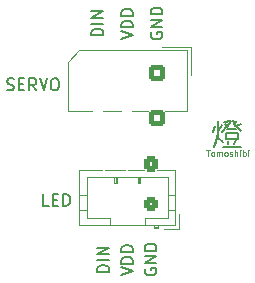
<source format=gbr>
%TF.GenerationSoftware,KiCad,Pcbnew,7.0.1*%
%TF.CreationDate,2024-02-10T23:36:13+09:00*%
%TF.ProjectId,connect,636f6e6e-6563-4742-9e6b-696361645f70,rev?*%
%TF.SameCoordinates,Original*%
%TF.FileFunction,Legend,Top*%
%TF.FilePolarity,Positive*%
%FSLAX46Y46*%
G04 Gerber Fmt 4.6, Leading zero omitted, Abs format (unit mm)*
G04 Created by KiCad (PCBNEW 7.0.1) date 2024-02-10 23:36:13*
%MOMM*%
%LPD*%
G01*
G04 APERTURE LIST*
G04 Aperture macros list*
%AMRoundRect*
0 Rectangle with rounded corners*
0 $1 Rounding radius*
0 $2 $3 $4 $5 $6 $7 $8 $9 X,Y pos of 4 corners*
0 Add a 4 corners polygon primitive as box body*
4,1,4,$2,$3,$4,$5,$6,$7,$8,$9,$2,$3,0*
0 Add four circle primitives for the rounded corners*
1,1,$1+$1,$2,$3*
1,1,$1+$1,$4,$5*
1,1,$1+$1,$6,$7*
1,1,$1+$1,$8,$9*
0 Add four rect primitives between the rounded corners*
20,1,$1+$1,$2,$3,$4,$5,0*
20,1,$1+$1,$4,$5,$6,$7,0*
20,1,$1+$1,$6,$7,$8,$9,0*
20,1,$1+$1,$8,$9,$2,$3,0*%
G04 Aperture macros list end*
%ADD10C,0.150000*%
%ADD11C,0.100000*%
%ADD12C,0.120000*%
%ADD13RoundRect,0.205882X0.494118X0.494118X-0.494118X0.494118X-0.494118X-0.494118X0.494118X-0.494118X0*%
%ADD14O,1.400000X1.400000*%
%ADD15RoundRect,0.250000X0.350000X0.350000X-0.350000X0.350000X-0.350000X-0.350000X0.350000X-0.350000X0*%
%ADD16O,1.200000X1.200000*%
%ADD17RoundRect,0.250000X0.350000X0.400000X-0.350000X0.400000X-0.350000X-0.400000X0.350000X-0.400000X0*%
G04 APERTURE END LIST*
D10*
X1510238Y-10761904D02*
X1462619Y-10857142D01*
X1462619Y-10857142D02*
X1462619Y-10999999D01*
X1462619Y-10999999D02*
X1510238Y-11142856D01*
X1510238Y-11142856D02*
X1605476Y-11238094D01*
X1605476Y-11238094D02*
X1700714Y-11285713D01*
X1700714Y-11285713D02*
X1891190Y-11333332D01*
X1891190Y-11333332D02*
X2034047Y-11333332D01*
X2034047Y-11333332D02*
X2224523Y-11285713D01*
X2224523Y-11285713D02*
X2319761Y-11238094D01*
X2319761Y-11238094D02*
X2415000Y-11142856D01*
X2415000Y-11142856D02*
X2462619Y-10999999D01*
X2462619Y-10999999D02*
X2462619Y-10904761D01*
X2462619Y-10904761D02*
X2415000Y-10761904D01*
X2415000Y-10761904D02*
X2367380Y-10714285D01*
X2367380Y-10714285D02*
X2034047Y-10714285D01*
X2034047Y-10714285D02*
X2034047Y-10904761D01*
X2462619Y-10285713D02*
X1462619Y-10285713D01*
X1462619Y-10285713D02*
X2462619Y-9714285D01*
X2462619Y-9714285D02*
X1462619Y-9714285D01*
X2462619Y-9238094D02*
X1462619Y-9238094D01*
X1462619Y-9238094D02*
X1462619Y-8999999D01*
X1462619Y-8999999D02*
X1510238Y-8857142D01*
X1510238Y-8857142D02*
X1605476Y-8761904D01*
X1605476Y-8761904D02*
X1700714Y-8714285D01*
X1700714Y-8714285D02*
X1891190Y-8666666D01*
X1891190Y-8666666D02*
X2034047Y-8666666D01*
X2034047Y-8666666D02*
X2224523Y-8714285D01*
X2224523Y-8714285D02*
X2319761Y-8761904D01*
X2319761Y-8761904D02*
X2415000Y-8857142D01*
X2415000Y-8857142D02*
X2462619Y-8999999D01*
X2462619Y-8999999D02*
X2462619Y-9238094D01*
X-1537380Y-11023808D02*
X-2537380Y-11023808D01*
X-2537380Y-11023808D02*
X-2537380Y-10785713D01*
X-2537380Y-10785713D02*
X-2489761Y-10642856D01*
X-2489761Y-10642856D02*
X-2394523Y-10547618D01*
X-2394523Y-10547618D02*
X-2299285Y-10499999D01*
X-2299285Y-10499999D02*
X-2108809Y-10452380D01*
X-2108809Y-10452380D02*
X-1965952Y-10452380D01*
X-1965952Y-10452380D02*
X-1775476Y-10499999D01*
X-1775476Y-10499999D02*
X-1680238Y-10547618D01*
X-1680238Y-10547618D02*
X-1585000Y-10642856D01*
X-1585000Y-10642856D02*
X-1537380Y-10785713D01*
X-1537380Y-10785713D02*
X-1537380Y-11023808D01*
X-1537380Y-10023808D02*
X-2537380Y-10023808D01*
X-1537380Y-9547618D02*
X-2537380Y-9547618D01*
X-2537380Y-9547618D02*
X-1537380Y-8976190D01*
X-1537380Y-8976190D02*
X-2537380Y-8976190D01*
X-537380Y-11333332D02*
X462619Y-10999999D01*
X462619Y-10999999D02*
X-537380Y-10666666D01*
X462619Y-10333332D02*
X-537380Y-10333332D01*
X-537380Y-10333332D02*
X-537380Y-10095237D01*
X-537380Y-10095237D02*
X-489761Y-9952380D01*
X-489761Y-9952380D02*
X-394523Y-9857142D01*
X-394523Y-9857142D02*
X-299285Y-9809523D01*
X-299285Y-9809523D02*
X-108809Y-9761904D01*
X-108809Y-9761904D02*
X34047Y-9761904D01*
X34047Y-9761904D02*
X224523Y-9809523D01*
X224523Y-9809523D02*
X319761Y-9857142D01*
X319761Y-9857142D02*
X415000Y-9952380D01*
X415000Y-9952380D02*
X462619Y-10095237D01*
X462619Y-10095237D02*
X462619Y-10333332D01*
X462619Y-9333332D02*
X-537380Y-9333332D01*
X-537380Y-9333332D02*
X-537380Y-9095237D01*
X-537380Y-9095237D02*
X-489761Y-8952380D01*
X-489761Y-8952380D02*
X-394523Y-8857142D01*
X-394523Y-8857142D02*
X-299285Y-8809523D01*
X-299285Y-8809523D02*
X-108809Y-8761904D01*
X-108809Y-8761904D02*
X34047Y-8761904D01*
X34047Y-8761904D02*
X224523Y-8809523D01*
X224523Y-8809523D02*
X319761Y-8857142D01*
X319761Y-8857142D02*
X415000Y-8952380D01*
X415000Y-8952380D02*
X462619Y-9095237D01*
X462619Y-9095237D02*
X462619Y-9333332D01*
D11*
X6678572Y-731309D02*
X6964286Y-731309D01*
X6821429Y-1231309D02*
X6821429Y-731309D01*
X7202381Y-1231309D02*
X7154762Y-1207500D01*
X7154762Y-1207500D02*
X7130952Y-1183690D01*
X7130952Y-1183690D02*
X7107143Y-1136071D01*
X7107143Y-1136071D02*
X7107143Y-993214D01*
X7107143Y-993214D02*
X7130952Y-945595D01*
X7130952Y-945595D02*
X7154762Y-921785D01*
X7154762Y-921785D02*
X7202381Y-897976D01*
X7202381Y-897976D02*
X7273809Y-897976D01*
X7273809Y-897976D02*
X7321428Y-921785D01*
X7321428Y-921785D02*
X7345238Y-945595D01*
X7345238Y-945595D02*
X7369047Y-993214D01*
X7369047Y-993214D02*
X7369047Y-1136071D01*
X7369047Y-1136071D02*
X7345238Y-1183690D01*
X7345238Y-1183690D02*
X7321428Y-1207500D01*
X7321428Y-1207500D02*
X7273809Y-1231309D01*
X7273809Y-1231309D02*
X7202381Y-1231309D01*
X7583333Y-1231309D02*
X7583333Y-897976D01*
X7583333Y-945595D02*
X7607143Y-921785D01*
X7607143Y-921785D02*
X7654762Y-897976D01*
X7654762Y-897976D02*
X7726190Y-897976D01*
X7726190Y-897976D02*
X7773809Y-921785D01*
X7773809Y-921785D02*
X7797619Y-969404D01*
X7797619Y-969404D02*
X7797619Y-1231309D01*
X7797619Y-969404D02*
X7821428Y-921785D01*
X7821428Y-921785D02*
X7869047Y-897976D01*
X7869047Y-897976D02*
X7940476Y-897976D01*
X7940476Y-897976D02*
X7988095Y-921785D01*
X7988095Y-921785D02*
X8011905Y-969404D01*
X8011905Y-969404D02*
X8011905Y-1231309D01*
X8321429Y-1231309D02*
X8273810Y-1207500D01*
X8273810Y-1207500D02*
X8250000Y-1183690D01*
X8250000Y-1183690D02*
X8226191Y-1136071D01*
X8226191Y-1136071D02*
X8226191Y-993214D01*
X8226191Y-993214D02*
X8250000Y-945595D01*
X8250000Y-945595D02*
X8273810Y-921785D01*
X8273810Y-921785D02*
X8321429Y-897976D01*
X8321429Y-897976D02*
X8392857Y-897976D01*
X8392857Y-897976D02*
X8440476Y-921785D01*
X8440476Y-921785D02*
X8464286Y-945595D01*
X8464286Y-945595D02*
X8488095Y-993214D01*
X8488095Y-993214D02*
X8488095Y-1136071D01*
X8488095Y-1136071D02*
X8464286Y-1183690D01*
X8464286Y-1183690D02*
X8440476Y-1207500D01*
X8440476Y-1207500D02*
X8392857Y-1231309D01*
X8392857Y-1231309D02*
X8321429Y-1231309D01*
X8678572Y-1207500D02*
X8726191Y-1231309D01*
X8726191Y-1231309D02*
X8821429Y-1231309D01*
X8821429Y-1231309D02*
X8869048Y-1207500D01*
X8869048Y-1207500D02*
X8892857Y-1159880D01*
X8892857Y-1159880D02*
X8892857Y-1136071D01*
X8892857Y-1136071D02*
X8869048Y-1088452D01*
X8869048Y-1088452D02*
X8821429Y-1064642D01*
X8821429Y-1064642D02*
X8750000Y-1064642D01*
X8750000Y-1064642D02*
X8702381Y-1040833D01*
X8702381Y-1040833D02*
X8678572Y-993214D01*
X8678572Y-993214D02*
X8678572Y-969404D01*
X8678572Y-969404D02*
X8702381Y-921785D01*
X8702381Y-921785D02*
X8750000Y-897976D01*
X8750000Y-897976D02*
X8821429Y-897976D01*
X8821429Y-897976D02*
X8869048Y-921785D01*
X9107143Y-1231309D02*
X9107143Y-731309D01*
X9321429Y-1231309D02*
X9321429Y-969404D01*
X9321429Y-969404D02*
X9297619Y-921785D01*
X9297619Y-921785D02*
X9250000Y-897976D01*
X9250000Y-897976D02*
X9178572Y-897976D01*
X9178572Y-897976D02*
X9130953Y-921785D01*
X9130953Y-921785D02*
X9107143Y-945595D01*
X9559524Y-1231309D02*
X9559524Y-897976D01*
X9559524Y-731309D02*
X9535715Y-755119D01*
X9535715Y-755119D02*
X9559524Y-778928D01*
X9559524Y-778928D02*
X9583334Y-755119D01*
X9583334Y-755119D02*
X9559524Y-731309D01*
X9559524Y-731309D02*
X9559524Y-778928D01*
X9797619Y-1231309D02*
X9797619Y-731309D01*
X9797619Y-921785D02*
X9845238Y-897976D01*
X9845238Y-897976D02*
X9940476Y-897976D01*
X9940476Y-897976D02*
X9988095Y-921785D01*
X9988095Y-921785D02*
X10011905Y-945595D01*
X10011905Y-945595D02*
X10035714Y-993214D01*
X10035714Y-993214D02*
X10035714Y-1136071D01*
X10035714Y-1136071D02*
X10011905Y-1183690D01*
X10011905Y-1183690D02*
X9988095Y-1207500D01*
X9988095Y-1207500D02*
X9940476Y-1231309D01*
X9940476Y-1231309D02*
X9845238Y-1231309D01*
X9845238Y-1231309D02*
X9797619Y-1207500D01*
X10250000Y-1231309D02*
X10250000Y-897976D01*
X10250000Y-731309D02*
X10226191Y-755119D01*
X10226191Y-755119D02*
X10250000Y-778928D01*
X10250000Y-778928D02*
X10273810Y-755119D01*
X10273810Y-755119D02*
X10250000Y-731309D01*
X10250000Y-731309D02*
X10250000Y-778928D01*
D10*
X2010238Y9238095D02*
X1962619Y9142857D01*
X1962619Y9142857D02*
X1962619Y9000000D01*
X1962619Y9000000D02*
X2010238Y8857143D01*
X2010238Y8857143D02*
X2105476Y8761905D01*
X2105476Y8761905D02*
X2200714Y8714286D01*
X2200714Y8714286D02*
X2391190Y8666667D01*
X2391190Y8666667D02*
X2534047Y8666667D01*
X2534047Y8666667D02*
X2724523Y8714286D01*
X2724523Y8714286D02*
X2819761Y8761905D01*
X2819761Y8761905D02*
X2915000Y8857143D01*
X2915000Y8857143D02*
X2962619Y9000000D01*
X2962619Y9000000D02*
X2962619Y9095238D01*
X2962619Y9095238D02*
X2915000Y9238095D01*
X2915000Y9238095D02*
X2867380Y9285714D01*
X2867380Y9285714D02*
X2534047Y9285714D01*
X2534047Y9285714D02*
X2534047Y9095238D01*
X2962619Y9714286D02*
X1962619Y9714286D01*
X1962619Y9714286D02*
X2962619Y10285714D01*
X2962619Y10285714D02*
X1962619Y10285714D01*
X2962619Y10761905D02*
X1962619Y10761905D01*
X1962619Y10761905D02*
X1962619Y11000000D01*
X1962619Y11000000D02*
X2010238Y11142857D01*
X2010238Y11142857D02*
X2105476Y11238095D01*
X2105476Y11238095D02*
X2200714Y11285714D01*
X2200714Y11285714D02*
X2391190Y11333333D01*
X2391190Y11333333D02*
X2534047Y11333333D01*
X2534047Y11333333D02*
X2724523Y11285714D01*
X2724523Y11285714D02*
X2819761Y11238095D01*
X2819761Y11238095D02*
X2915000Y11142857D01*
X2915000Y11142857D02*
X2962619Y11000000D01*
X2962619Y11000000D02*
X2962619Y10761905D01*
X-537380Y8666667D02*
X462619Y9000000D01*
X462619Y9000000D02*
X-537380Y9333333D01*
X462619Y9666667D02*
X-537380Y9666667D01*
X-537380Y9666667D02*
X-537380Y9904762D01*
X-537380Y9904762D02*
X-489761Y10047619D01*
X-489761Y10047619D02*
X-394523Y10142857D01*
X-394523Y10142857D02*
X-299285Y10190476D01*
X-299285Y10190476D02*
X-108809Y10238095D01*
X-108809Y10238095D02*
X34047Y10238095D01*
X34047Y10238095D02*
X224523Y10190476D01*
X224523Y10190476D02*
X319761Y10142857D01*
X319761Y10142857D02*
X415000Y10047619D01*
X415000Y10047619D02*
X462619Y9904762D01*
X462619Y9904762D02*
X462619Y9666667D01*
X462619Y10666667D02*
X-537380Y10666667D01*
X-537380Y10666667D02*
X-537380Y10904762D01*
X-537380Y10904762D02*
X-489761Y11047619D01*
X-489761Y11047619D02*
X-394523Y11142857D01*
X-394523Y11142857D02*
X-299285Y11190476D01*
X-299285Y11190476D02*
X-108809Y11238095D01*
X-108809Y11238095D02*
X34047Y11238095D01*
X34047Y11238095D02*
X224523Y11190476D01*
X224523Y11190476D02*
X319761Y11142857D01*
X319761Y11142857D02*
X415000Y11047619D01*
X415000Y11047619D02*
X462619Y10904762D01*
X462619Y10904762D02*
X462619Y10666667D01*
X-2037380Y8976191D02*
X-3037380Y8976191D01*
X-3037380Y8976191D02*
X-3037380Y9214286D01*
X-3037380Y9214286D02*
X-2989761Y9357143D01*
X-2989761Y9357143D02*
X-2894523Y9452381D01*
X-2894523Y9452381D02*
X-2799285Y9500000D01*
X-2799285Y9500000D02*
X-2608809Y9547619D01*
X-2608809Y9547619D02*
X-2465952Y9547619D01*
X-2465952Y9547619D02*
X-2275476Y9500000D01*
X-2275476Y9500000D02*
X-2180238Y9452381D01*
X-2180238Y9452381D02*
X-2085000Y9357143D01*
X-2085000Y9357143D02*
X-2037380Y9214286D01*
X-2037380Y9214286D02*
X-2037380Y8976191D01*
X-2037380Y9976191D02*
X-3037380Y9976191D01*
X-2037380Y10452381D02*
X-3037380Y10452381D01*
X-3037380Y10452381D02*
X-2037380Y11023809D01*
X-2037380Y11023809D02*
X-3037380Y11023809D01*
X8452381Y1098571D02*
X9214286Y1098571D01*
X8357143Y241428D02*
X9404762Y241428D01*
X8071429Y-425238D02*
X9595238Y-425238D01*
X8357143Y717619D02*
X8357143Y241428D01*
X8357143Y717619D02*
X9404762Y717619D01*
X9404762Y717619D02*
X9404762Y241428D01*
X7690476Y1765238D02*
X7690476Y336666D01*
X7690476Y336666D02*
X8071429Y-44285D01*
X9023810Y1479523D02*
X9595238Y908095D01*
X9595238Y1479523D02*
X9214286Y1289047D01*
X8261905Y1479523D02*
X8452381Y1289047D01*
X8452381Y1289047D02*
X7976190Y812857D01*
X9309524Y1765238D02*
X9023810Y1479523D01*
X8547619Y50952D02*
X8547619Y-234761D01*
X8928571Y1860476D02*
X9119048Y1289047D01*
X9214286Y146190D02*
X9023810Y-234761D01*
X7976190Y1384285D02*
X7785714Y1003333D01*
X7595238Y336666D02*
X7309524Y-425238D01*
X8166667Y1670000D02*
X8738095Y1765238D01*
X8738095Y1765238D02*
X8452381Y1193809D01*
X7404762Y1289047D02*
X7214286Y812857D01*
X7690476Y812857D02*
X7500000Y-139523D01*
%TO.C,SERVO*%
X-10190475Y4385000D02*
X-10047618Y4337380D01*
X-10047618Y4337380D02*
X-9809523Y4337380D01*
X-9809523Y4337380D02*
X-9714285Y4385000D01*
X-9714285Y4385000D02*
X-9666666Y4432619D01*
X-9666666Y4432619D02*
X-9619047Y4527857D01*
X-9619047Y4527857D02*
X-9619047Y4623095D01*
X-9619047Y4623095D02*
X-9666666Y4718333D01*
X-9666666Y4718333D02*
X-9714285Y4765952D01*
X-9714285Y4765952D02*
X-9809523Y4813571D01*
X-9809523Y4813571D02*
X-9999999Y4861190D01*
X-9999999Y4861190D02*
X-10095237Y4908809D01*
X-10095237Y4908809D02*
X-10142856Y4956428D01*
X-10142856Y4956428D02*
X-10190475Y5051666D01*
X-10190475Y5051666D02*
X-10190475Y5146904D01*
X-10190475Y5146904D02*
X-10142856Y5242142D01*
X-10142856Y5242142D02*
X-10095237Y5289761D01*
X-10095237Y5289761D02*
X-9999999Y5337380D01*
X-9999999Y5337380D02*
X-9761904Y5337380D01*
X-9761904Y5337380D02*
X-9619047Y5289761D01*
X-9190475Y4861190D02*
X-8857142Y4861190D01*
X-8714285Y4337380D02*
X-9190475Y4337380D01*
X-9190475Y4337380D02*
X-9190475Y5337380D01*
X-9190475Y5337380D02*
X-8714285Y5337380D01*
X-7714285Y4337380D02*
X-8047618Y4813571D01*
X-8285713Y4337380D02*
X-8285713Y5337380D01*
X-8285713Y5337380D02*
X-7904761Y5337380D01*
X-7904761Y5337380D02*
X-7809523Y5289761D01*
X-7809523Y5289761D02*
X-7761904Y5242142D01*
X-7761904Y5242142D02*
X-7714285Y5146904D01*
X-7714285Y5146904D02*
X-7714285Y5004047D01*
X-7714285Y5004047D02*
X-7761904Y4908809D01*
X-7761904Y4908809D02*
X-7809523Y4861190D01*
X-7809523Y4861190D02*
X-7904761Y4813571D01*
X-7904761Y4813571D02*
X-8285713Y4813571D01*
X-7428570Y5337380D02*
X-7095237Y4337380D01*
X-7095237Y4337380D02*
X-6761904Y5337380D01*
X-6238094Y5337380D02*
X-6047618Y5337380D01*
X-6047618Y5337380D02*
X-5952380Y5289761D01*
X-5952380Y5289761D02*
X-5857142Y5194523D01*
X-5857142Y5194523D02*
X-5809523Y5004047D01*
X-5809523Y5004047D02*
X-5809523Y4670714D01*
X-5809523Y4670714D02*
X-5857142Y4480238D01*
X-5857142Y4480238D02*
X-5952380Y4385000D01*
X-5952380Y4385000D02*
X-6047618Y4337380D01*
X-6047618Y4337380D02*
X-6238094Y4337380D01*
X-6238094Y4337380D02*
X-6333332Y4385000D01*
X-6333332Y4385000D02*
X-6428570Y4480238D01*
X-6428570Y4480238D02*
X-6476189Y4670714D01*
X-6476189Y4670714D02*
X-6476189Y5004047D01*
X-6476189Y5004047D02*
X-6428570Y5194523D01*
X-6428570Y5194523D02*
X-6333332Y5289761D01*
X-6333332Y5289761D02*
X-6238094Y5337380D01*
%TO.C,LED*%
X-6642857Y-5462619D02*
X-7119047Y-5462619D01*
X-7119047Y-5462619D02*
X-7119047Y-4462619D01*
X-6309523Y-4938809D02*
X-5976190Y-4938809D01*
X-5833333Y-5462619D02*
X-6309523Y-5462619D01*
X-6309523Y-5462619D02*
X-6309523Y-4462619D01*
X-6309523Y-4462619D02*
X-5833333Y-4462619D01*
X-5404761Y-5462619D02*
X-5404761Y-4462619D01*
X-5404761Y-4462619D02*
X-5166666Y-4462619D01*
X-5166666Y-4462619D02*
X-5023809Y-4510238D01*
X-5023809Y-4510238D02*
X-4928571Y-4605476D01*
X-4928571Y-4605476D02*
X-4880952Y-4700714D01*
X-4880952Y-4700714D02*
X-4833333Y-4891190D01*
X-4833333Y-4891190D02*
X-4833333Y-5034047D01*
X-4833333Y-5034047D02*
X-4880952Y-5224523D01*
X-4880952Y-5224523D02*
X-4928571Y-5319761D01*
X-4928571Y-5319761D02*
X-5023809Y-5415000D01*
X-5023809Y-5415000D02*
X-5166666Y-5462619D01*
X-5166666Y-5462619D02*
X-5404761Y-5462619D01*
D12*
%TO.C,SERVO*%
X5360000Y5600000D02*
X5360000Y8010000D01*
X5360000Y8010000D02*
X2950000Y8010000D01*
X5060000Y2590000D02*
X5060000Y7710000D01*
X5060000Y7710000D02*
X-4060000Y7710000D01*
X-4060000Y7710000D02*
X-5060000Y6710000D01*
X-5060000Y2590000D02*
X5060000Y2590000D01*
X-5060000Y6710000D02*
X-5060000Y2590000D01*
%TO.C,LED*%
X4360000Y-7410000D02*
X4360000Y-6160000D01*
X4060000Y-7110000D02*
X4060000Y-2390000D01*
X4060000Y-5800000D02*
X3450000Y-5800000D01*
X4060000Y-4500000D02*
X3450000Y-4500000D01*
X4060000Y-2390000D02*
X-4060000Y-2390000D01*
X3450000Y-6500000D02*
X3450000Y-3000000D01*
X3450000Y-3000000D02*
X-3450000Y-3000000D01*
X3110000Y-7410000D02*
X4360000Y-7410000D01*
X2600000Y-7310000D02*
X2600000Y-7110000D01*
X2300000Y-7310000D02*
X2600000Y-7310000D01*
X2300000Y-7210000D02*
X2600000Y-7210000D01*
X2300000Y-7110000D02*
X2300000Y-7310000D01*
X1500000Y-7110000D02*
X1500000Y-6500000D01*
X1500000Y-6500000D02*
X3450000Y-6500000D01*
X1100000Y-3500000D02*
X900000Y-3500000D01*
X1100000Y-3000000D02*
X1100000Y-3500000D01*
X1000000Y-3000000D02*
X1000000Y-3500000D01*
X900000Y-3500000D02*
X900000Y-3000000D01*
X-900000Y-3500000D02*
X-1100000Y-3500000D01*
X-900000Y-3000000D02*
X-900000Y-3500000D01*
X-1000000Y-3000000D02*
X-1000000Y-3500000D01*
X-1100000Y-3500000D02*
X-1100000Y-3000000D01*
X-1500000Y-6500000D02*
X-1500000Y-7110000D01*
X-3450000Y-6500000D02*
X-1500000Y-6500000D01*
X-3450000Y-3000000D02*
X-3450000Y-6500000D01*
X-4060000Y-7110000D02*
X4060000Y-7110000D01*
X-4060000Y-5800000D02*
X-3450000Y-5800000D01*
X-4060000Y-4500000D02*
X-3450000Y-4500000D01*
X-4060000Y-2390000D02*
X-4060000Y-7110000D01*
%TD*%
%LPC*%
D13*
%TO.C,SERVO*%
X2500000Y5800000D03*
D14*
X0Y5800000D03*
X-2500000Y5800000D03*
%TD*%
D15*
%TO.C,LED*%
X2000000Y-5300000D03*
D16*
X0Y-5300000D03*
X-2000000Y-5300000D03*
%TD*%
D17*
%TO.C,J2*%
X2000000Y-1900000D03*
D16*
X0Y-1900000D03*
X-2000000Y-1900000D03*
%TD*%
D13*
%TO.C,J4*%
X2500000Y2000000D03*
D14*
X0Y2000000D03*
X-2500000Y2000000D03*
%TD*%
M02*

</source>
